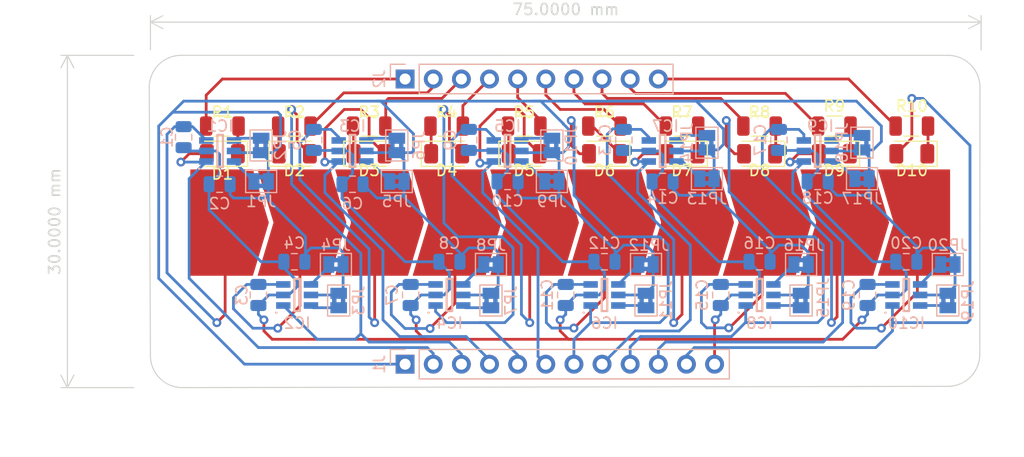
<source format=kicad_pcb>
(kicad_pcb (version 20211014) (generator pcbnew)
  (layers (0 "F.Cu" signal) (31 "B.Cu" signal) (34 "B.Paste" user) (35 "F.Paste" user) (36 "B.SilkS" user "B.Silkscreen") (37 "F.SilkS" user "F.Silkscreen") (38 "B.Mask" user) (39 "F.Mask" user) (44 "Edge.Cuts" user))
  (net 0 "")
  (net 1 "TOUCH IN 1")
  (net 2 "GND")
  (net 3 "VCC")
  (net 4 "TOUCH OUT 1")
  (net 5 "Net-(IC1-Pad4)")
  (net 6 "Net-(IC1-Pad6)")
  (net 7 "TOUCH IN 2")
  (net 8 "TOUCH OUT 2")
  (net 9 "Net-(IC2-Pad4)")
  (net 10 "Net-(IC2-Pad6)")
  (net 11 "Net-(R1-Pad2)")
  (net 12 "1")
  (net 13 "Net-(R2-Pad2)")
  (net 14 "2")
  (net 15 "TOUCH IN 3")
  (net 16 "Net-(R3-Pad2)")
  (net 17 "TOUCH OUT 3")
  (net 18 "Net-(IC3-Pad4)")
  (net 19 "Net-(IC3-Pad6)")
  (net 20 "3")
  (net 21 "TOUCH IN 4")
  (net 22 "Net-(R4-Pad2)")
  (net 23 "TOUCH OUT 4")
  (net 24 "Net-(IC4-Pad4)")
  (net 25 "Net-(IC4-Pad6)")
  (net 26 "4")
  (net 27 "TOUCH IN 5")
  (net 28 "Net-(R5-Pad2)")
  (net 29 "TOUCH OUT 5")
  (net 30 "Net-(IC5-Pad4)")
  (net 31 "Net-(IC5-Pad6)")
  (net 32 "5")
  (net 33 "TOUCH IN 6")
  (net 34 "Net-(R6-Pad2)")
  (net 35 "TOUCH OUT 6")
  (net 36 "Net-(IC6-Pad4)")
  (net 37 "Net-(IC6-Pad6)")
  (net 38 "6")
  (net 39 "TOUCH IN 7")
  (net 40 "Net-(R7-Pad2)")
  (net 41 "TOUCH OUT 7")
  (net 42 "Net-(IC7-Pad4)")
  (net 43 "Net-(IC7-Pad6)")
  (net 44 "7")
  (net 45 "TOUCH IN 8")
  (net 46 "Net-(D8-Pad1)")
  (net 47 "TOUCH OUT 8")
  (net 48 "Net-(IC8-Pad4)")
  (net 49 "Net-(IC8-Pad6)")
  (net 50 "8")
  (net 51 "TOUCH IN 9")
  (net 52 "Net-(R9-Pad2)")
  (net 53 "TOUCH OUT 9")
  (net 54 "Net-(IC9-Pad4)")
  (net 55 "Net-(IC9-Pad6)")
  (net 56 "9")
  (net 57 "TOUCH IN 10")
  (net 58 "Net-(R10-Pad2)")
  (net 59 "TOUCH OUT 10")
  (net 60 "Net-(IC10-Pad4)")
  (net 61 "Net-(IC10-Pad6)")
  (net 62 "10")
  (footprint "Resistor_SMD:R_1206_3216Metric" (layer "F.Cu") (at 144.75 64.75)
    (fp_text reference "R8")
    (fp_text value "330")
  )
  (footprint "Resistor_SMD:R_1206_3216Metric" (layer "F.Cu") (at 109.5 64.75 180)
    (fp_text reference "R3")
    (fp_text value "330")
  )
  (footprint "Resistor_SMD:R_1206_3216Metric" (layer "F.Cu") (at 151.5 64.75)
    (fp_text reference "R9")
    (fp_text value "330")
  )
  (footprint "Resistor_SMD:R_1206_3216Metric" (layer "F.Cu") (at 123.5 64.75 180)
    (fp_text reference "R5")
    (fp_text value "330")
  )
  (footprint "Resistor_SMD:R_1206_3216Metric" (layer "F.Cu") (at 130.75 64.75 180)
    (fp_text reference "R6")
    (fp_text value "330")
  )
  (footprint "Resistor_SMD:R_1206_3216Metric" (layer "F.Cu") (at 96.25 64.75)
    (fp_text reference "R1")
    (fp_text value "330")
  )
  (footprint "LED_SMD:LED_1206_3216Metric" (layer "F.Cu") (at 116.5 67.25)
    (fp_text reference "D4")
    (fp_text value "LED")
  )
  (footprint "LED_SMD:LED_1206_3216Metric" (layer "F.Cu") (at 123.5 67.25)
    (fp_text reference "D5")
    (fp_text value "LED")
  )
  (footprint "LED_SMD:LED_1206_3216Metric" (layer "F.Cu") (at 102.75 67.25)
    (fp_text reference "D2")
    (fp_text value "LED")
  )
  (footprint "Resistor_SMD:R_1206_3216Metric" (layer "F.Cu") (at 102.75 64.75 180)
    (fp_text reference "R2")
    (fp_text value "330")
  )
  (footprint "LED_SMD:LED_1206_3216Metric" (layer "F.Cu") (at 109.5 67.25)
    (fp_text reference "D3")
    (fp_text value "LED")
  )
  (footprint "LED_SMD:LED_1206_3216Metric" (layer "F.Cu") (at 96.25 67.25 180)
    (fp_text reference "D1")
    (fp_text value "LED")
  )
  (footprint "Resistor_SMD:R_1206_3216Metric" (layer "F.Cu") (at 158.5 64.75)
    (fp_text reference "R10")
    (fp_text value "330")
  )
  (footprint "LED_SMD:LED_1206_3216Metric" (layer "F.Cu") (at 137.75 67.25 180)
    (fp_text reference "D7")
    (fp_text value "LED")
  )
  (footprint "LED_SMD:LED_1206_3216Metric" (layer "F.Cu") (at 144.75 67.25 180)
    (fp_text reference "D8")
    (fp_text value "LED")
  )
  (footprint "LED_SMD:LED_1206_3216Metric" (layer "F.Cu") (at 130.75 67.25 180)
    (fp_text reference "D6")
    (fp_text value "LED")
  )
  (footprint "Resistor_SMD:R_1206_3216Metric" (layer "F.Cu") (at 116.5 64.75 180)
    (fp_text reference "R4")
    (fp_text value "330")
  )
  (footprint "LED_SMD:LED_1206_3216Metric" (layer "F.Cu") (at 151.5 67.25 180)
    (fp_text reference "D9")
    (fp_text value "LED")
  )
  (footprint "LED_SMD:LED_1206_3216Metric" (layer "F.Cu") (at 158.5 67.25 180)
    (fp_text reference "D10")
    (fp_text value "LED")
  )
  (footprint "Resistor_SMD:R_1206_3216Metric" (layer "F.Cu") (at 137.75 64.75)
    (fp_text reference "R7")
    (fp_text value "330")
  )
  (footprint "Jumper:SolderJumper-2_P1.3mm_Bridged2Bar_Pad1.0x1.5mm" (layer "B.Cu") (at 106.75 80.5 90)
    (fp_text reference "JP3")
    (fp_text value "Jumper_2_Bridged")
  )
  (footprint "Capacitor_SMD:C_0805_2012Metric" (layer "B.Cu") (at 158 77 180)
    (fp_text reference "C20")
    (fp_text value "104")
  )
  (footprint "Jumper:SolderJumper-2_P1.3mm_Bridged2Bar_Pad1.0x1.5mm" (layer "B.Cu") (at 134.5 80.5 90)
    (fp_text reference "JP11")
    (fp_text value "Jumper_2_Bridged")
  )
  (footprint "Jumper:SolderJumper-2_P1.3mm_Bridged2Bar_Pad1.0x1.5mm" (layer "B.Cu") (at 148.5 77.25)
    (fp_text reference "JP16")
    (fp_text value "Jumper_2_Bridged")
  )
  (footprint "TTP223-BA6:SOT95P285X126-6N" (layer "B.Cu") (at 108 67)
    (fp_text reference "IC3")
    (fp_text value "TTP223-BA6")
  )
  (footprint "Capacitor_SMD:C_0805_2012Metric" (layer "B.Cu") (at 141.25 80 -90)
    (fp_text reference "C15")
    (fp_text value "30pF")
  )
  (footprint "Capacitor_SMD:C_0805_2012Metric" (layer "B.Cu") (at 113.25 80 -90)
    (fp_text reference "C7")
    (fp_text value "30pF")
  )
  (footprint "TTP223-BA6:SOT95P285X126-6N" (layer "B.Cu") (at 116.75 80)
    (fp_text reference "IC4")
    (fp_text value "TTP223-BA6")
  )
  (footprint "Jumper:SolderJumper-2_P1.3mm_Bridged2Bar_Pad1.0x1.5mm" (layer "B.Cu") (at 120.5 80.5 90)
    (fp_text reference "JP7")
    (fp_text value "Jumper_2_Bridged")
  )
  (footprint "Jumper:SolderJumper-2_P1.3mm_Bridged2Bar_Pad1.0x1.5mm" (layer "B.Cu") (at 99.75 69.75)
    (fp_text reference "JP1")
    (fp_text value "Jumper_2_Bridged")
  )
  (footprint "Jumper:SolderJumper-2_P1.3mm_Bridged2Bar_Pad1.0x1.5mm" (layer "B.Cu") (at 112 69.75)
    (fp_text reference "JP5")
    (fp_text value "Jumper_2_Bridged")
  )
  (footprint "Connector_PinHeader_2.54mm:PinHeader_1x12_P2.54mm_Vertical" (layer "B.Cu") (at 112.75 86.25 -90)
    (fp_text reference "J1")
    (fp_text value "Conn_01x12")
  )
  (footprint "Jumper:SolderJumper-2_P1.3mm_Bridged2Bar_Pad1.0x1.5mm" (layer "B.Cu") (at 99.75 66.5 -90)
    (fp_text reference "JP2")
    (fp_text value "Jumper_2_Bridged")
  )
  (footprint "TTP223-BA6:SOT95P285X126-6N" (layer "B.Cu") (at 103 80)
    (fp_text reference "IC2")
    (fp_text value "TTP223-BA6")
  )
  (footprint "TTP223-BA6:SOT95P285X126-6N" (layer "B.Cu") (at 136 67)
    (fp_text reference "IC7")
    (fp_text value "TTP223-BA6")
  )
  (footprint "Jumper:SolderJumper-2_P1.3mm_Bridged2Bar_Pad1.0x1.5mm" (layer "B.Cu") (at 140 69.5)
    (fp_text reference "JP13")
    (fp_text value "Jumper_2_Bridged")
  )
  (footprint "Capacitor_SMD:C_0805_2012Metric" (layer "B.Cu") (at 102.75 77 180)
    (fp_text reference "C4")
    (fp_text value "104")
  )
  (footprint "Jumper:SolderJumper-2_P1.3mm_Bridged2Bar_Pad1.0x1.5mm" (layer "B.Cu") (at 161.75 80.5 90)
    (fp_text reference "JP19")
    (fp_text value "Jumper_2_Bridged")
  )
  (footprint "Jumper:SolderJumper-2_P1.3mm_Bridged2Bar_Pad1.0x1.5mm" (layer "B.Cu") (at 126 69.75)
    (fp_text reference "JP9")
    (fp_text value "Jumper_2_Bridged")
  )
  (footprint "TTP223-BA6:SOT95P285X126-6N" (layer "B.Cu") (at 122 67)
    (fp_text reference "IC5")
    (fp_text value "TTP223-BA6")
  )
  (footprint "Capacitor_SMD:C_0805_2012Metric" (layer "B.Cu") (at 92.75 65.75 -90)
    (fp_text reference "C1")
    (fp_text value "30pF")
  )
  (footprint "Capacitor_SMD:C_0805_2012Metric" (layer "B.Cu") (at 104.5 66 -90)
    (fp_text reference "C5")
    (fp_text value "30pF")
  )
  (footprint "TTP223-BA6:SOT95P285X126-6N" (layer "B.Cu") (at 150 67)
    (fp_text reference "IC9")
    (fp_text value "TTP223-BA6")
  )
  (footprint "Jumper:SolderJumper-2_P1.3mm_Bridged2Bar_Pad1.0x1.5mm" (layer "B.Cu") (at 148.5 80.5 90)
    (fp_text reference "JP15")
    (fp_text value "Jumper_2_Bridged")
  )
  (footprint "Jumper:SolderJumper-2_P1.3mm_Bridged2Bar_Pad1.0x1.5mm" (layer "B.Cu") (at 112 66.5 -90)
    (fp_text reference "JP6")
    (fp_text value "Jumper_2_Bridged")
  )
  (footprint "TTP223-BA6:SOT95P285X126-6N" (layer "B.Cu") (at 130.75 80)
    (fp_text reference "IC6")
    (fp_text value "TTP223-BA6")
  )
  (footprint "Capacitor_SMD:C_0805_2012Metric" (layer "B.Cu") (at 99.5 80 -90)
    (fp_text reference "C3")
    (fp_text value "30pF")
  )
  (footprint "Capacitor_SMD:C_0805_2012Metric" (layer "B.Cu") (at 127.25 80 -90)
    (fp_text reference "C11")
    (fp_text value "30pF")
  )
  (footprint "Jumper:SolderJumper-2_P1.3mm_Bridged2Bar_Pad1.0x1.5mm" (layer "B.Cu") (at 134.5 77.25)
    (fp_text reference "JP12")
    (fp_text value "Jumper_2_Bridged")
  )
  (footprint "TTP223-BA6:SOT95P285X126-6N" (layer "B.Cu") (at 144.75 80)
    (fp_text reference "IC8")
    (fp_text value "TTP223-BA6")
  )
  (footprint "Jumper:SolderJumper-2_P1.3mm_Bridged2Bar_Pad1.0x1.5mm" (layer "B.Cu") (at 126 66.5 -90)
    (fp_text reference "JP10")
    (fp_text value "Jumper_2_Bridged")
  )
  (footprint "TTP223-BA6:SOT95P285X126-6N" (layer "B.Cu") (at 96.05 67)
    (fp_text reference "IC1")
    (fp_text value "TTP223-BA6")
  )
  (footprint "TTP223-BA6:SOT95P285X126-6N" (layer "B.Cu") (at 158 80)
    (fp_text reference "IC10")
    (fp_text value "TTP223-BA6")
  )
  (footprint "Capacitor_SMD:C_0805_2012Metric" (layer "B.Cu") (at 154.5 80 -90)
    (fp_text reference "C19")
    (fp_text value "30pF")
  )
  (footprint "Capacitor_SMD:C_0805_2012Metric" (layer "B.Cu") (at 146.5 66 -90)
    (fp_text reference "C17")
    (fp_text value "30pF")
  )
  (footprint "Capacitor_SMD:C_0805_2012Metric" (layer "B.Cu") (at 116.75 77 180)
    (fp_text reference "C8")
    (fp_text value "104")
  )
  (footprint "Capacitor_SMD:C_0805_2012Metric" (layer "B.Cu") (at 132.5 66 -90)
    (fp_text reference "C13")
    (fp_text value "30pF")
  )
  (footprint "Capacitor_SMD:C_0805_2012Metric" (layer "B.Cu") (at 136 69.75 180)
    (fp_text reference "C14")
    (fp_text value "104")
  )
  (footprint "Jumper:SolderJumper-2_P1.3mm_Bridged2Bar_Pad1.0x1.5mm" (layer "B.Cu") (at 140 66.25 -90)
    (fp_text reference "JP14")
    (fp_text value "Jumper_2_Bridged")
  )
  (footprint "Capacitor_SMD:C_0805_2012Metric" (layer "B.Cu") (at 108 70 180)
    (fp_text reference "C6")
    (fp_text value "104")
  )
  (footprint "Jumper:SolderJumper-2_P1.3mm_Bridged2Bar_Pad1.0x1.5mm" (layer "B.Cu") (at 154 66.25 -90)
    (fp_text reference "JP18")
    (fp_text value "Jumper_2_Bridged")
  )
  (footprint "Connector_PinHeader_2.54mm:PinHeader_1x10_P2.54mm_Vertical" (layer "B.Cu") (at 112.75 60.5 -90)
    (fp_text reference "J2")
    (fp_text value "Conn_01x10")
  )
  (footprint "Jumper:SolderJumper-2_P1.3mm_Bridged2Bar_Pad1.0x1.5mm" (layer "B.Cu") (at 161.75 77.25)
    (fp_text reference "JP20")
    (fp_text value "Jumper_2_Bridged")
  )
  (footprint "Jumper:SolderJumper-2_P1.3mm_Bridged2Bar_Pad1.0x1.5mm" (layer "B.Cu") (at 106.5 77.25)
    (fp_text reference "JP4")
    (fp_text value "Jumper_2_Bridged")
  )
  (footprint "Capacitor_SMD:C_0805_2012Metric" (layer "B.Cu") (at 130.75 77 180)
    (fp_text reference "C12")
    (fp_text value "104")
  )
  (footprint "Capacitor_SMD:C_0805_2012Metric" (layer "B.Cu") (at 118.5 66 -90)
    (fp_text reference "C9")
    (fp_text value "30pF")
  )
  (footprint "Jumper:SolderJumper-2_P1.3mm_Bridged2Bar_Pad1.0x1.5mm" (layer "B.Cu") (at 120.5 77.25)
    (fp_text reference "JP8")
    (fp_text value "Jumper_2_Bridged")
  )
  (footprint "Capacitor_SMD:C_0805_2012Metric" (layer "B.Cu") (at 150 69.75 180)
    (fp_text reference "C18")
    (fp_text value "104")
  )
  (footprint "Jumper:SolderJumper-2_P1.3mm_Bridged2Bar_Pad1.0x1.5mm" (layer "B.Cu") (at 154 69.5)
    (fp_text reference "JP17")
    (fp_text value "Jumper_2_Bridged")
  )
  (footprint "Capacitor_SMD:C_0805_2012Metric" (layer "B.Cu") (at 144.75 77 180)
    (fp_text reference "C16")
    (fp_text value "104")
  )
  (footprint "Capacitor_SMD:C_0805_2012Metric" (layer "B.Cu") (at 96 70 180)
    (fp_text reference "C2")
    (fp_text value "104")
  )
  (footprint "Capacitor_SMD:C_0805_2012Metric" (layer "B.Cu") (at 122 69.75 180)
    (fp_text reference "C10")
    (fp_text value "104")
  )
  (gr_line (start 89.753849 85.47871) (end 89.647358 61.24686) (layer "Edge.Cuts") (width 0.1))
  (gr_line (start 92.532218 58.362) (end 161.76663 58.36514) (layer "Edge.Cuts") (width 0.1))
  (gr_arc (start 89.647358 61.24686) (mid 90.492329 59.206971) (end 92.532218 58.362) (layer "Edge.Cuts") (width 0.1))
  (gr_arc (start 92.638709 88.36357) (mid 90.598814 87.518605) (end 89.753849 85.47871) (layer "Edge.Cuts") (width 0.1))
  (gr_arc (start 164.63486 85.36514) (mid 163.789922 87.405062) (end 161.75 88.25) (layer "Edge.Cuts") (width 0.1))
  (gr_line (start 161.75 88.25) (end 92.638709 88.36357) (layer "Edge.Cuts") (width 0.1))
  (gr_line (start 164.65149 61.25) (end 164.63486 85.36514) (layer "Edge.Cuts") (width 0.1))
  (gr_arc (start 161.76663 58.36514) (mid 163.806535 59.210095) (end 164.65149 61.25) (layer "Edge.Cuts") (width 0.1))
  (dimension (type aligned) (layer "Edge.Cuts") (pts (xy 88.755915 58.36514) (xy 88.755915 88.36514)) (height 6.5) (gr_text "30.0000 mm" (at 81.105915 73.36514 90) (layer "Edge.Cuts") (effects (font (size 1 1) (thickness 0.15)))) (format (units 3) (units_format 1) (precision 4)) (style (thickness 0.1) (arrow_length 1.27) (text_position_mode 0) (extension_height 0.58642) (extension_offset 0.5) keep_text_aligned))
  (dimension (type aligned) (layer "Edge.Cuts") (pts (xy 89.755915 58.36514) (xy 164.755915 58.36514)) (height -2.999999) (gr_text "75.0000 mm" (at 127.255915 54.215141) (layer "Edge.Cuts") (effects (font (size 1 1) (thickness 0.15)))) (format (units 3) (units_format 1) (precision 4)) (style (thickness 0.1) (arrow_length 1.27) (text_position_mode 0) (extension_height 0.58642) (extension_offset 0.5) keep_text_aligned))
  (segment (start 96.5 81.75) (end 96.5 75.75) (width 0.25) (layer "F.Cu") (net 1))
  (segment (start 95.75 82.5) (end 96.5 81.75) (width 0.25) (layer "F.Cu") (net 1))
  (via (at 95.75 82.5) (size 0.8) (drill 0.4) (layers "F.Cu" "B.Cu") (net 1))
  (segment (start 94.8 66.05) (end 93.55 64.8) (width 0.25) (layer "B.Cu") (net 1))
  (segment (start 91.25 65.5) (end 91.95 64.8) (width 0.25) (layer "B.Cu") (net 1))
  (segment (start 91.25 78) (end 91.25 65.5) (width 0.25) (layer "B.Cu") (net 1))
  (segment (start 93.55 64.8) (end 92.75 64.8) (width 0.25) (layer "B.Cu") (net 1))
  (segment (start 95.75 82.5) (end 91.25 78) (width 0.25) (layer "B.Cu") (net 1))
  (segment (start 91.95 64.8) (end 92.75 64.8) (width 0.25) (layer "B.Cu") (net 1))
  (segment (start 127.75 84) (end 140.25 84) (width 0.25) (layer "F.Cu") (net 2))
  (segment (start 113.75 83.25) (end 114.5 84) (width 0.25) (layer "F.Cu") (net 2))
  (segment (start 126.75 83.25) (end 127.5 84) (width 0.25) (layer "F.Cu") (net 2))
  (segment (start 140.63 84) (end 140.69 83.94) (width 0.25) (layer "F.Cu") (net 2))
  (segment (start 100 82.25) (end 100 83.25) (width 0.25) (layer "F.Cu") (net 2))
  (segment (start 140.75 82.243333) (end 140.69 82.303333) (width 0.25) (layer "F.Cu") (net 2))
  (segment (start 140.25 84) (end 140.63 84) (width 0.25) (layer "F.Cu") (net 2))
  (segment (start 126.75 82.25) (end 126.75 83.25) (width 0.25) (layer "F.Cu") (net 2))
  (segment (start 114.75 84) (end 127.75 84) (width 0.25) (layer "F.Cu") (net 2))
  (segment (start 100 83.25) (end 100.75 84) (width 0.25) (layer "F.Cu") (net 2))
  (segment (start 127.5 84) (end 127.75 84) (width 0.25) (layer "F.Cu") (net 2))
  (segment (start 154 82.25) (end 152.25 84) (width 0.25) (layer "F.Cu") (net 2))
  (segment (start 113.75 82.25) (end 113.75 83.25) (width 0.25) (layer "F.Cu") (net 2))
  (segment (start 140.69 82.303333) (end 140.69 83.94) (width 0.25) (layer "F.Cu") (net 2))
  (segment (start 100.75 84) (end 114.75 84) (width 0.25) (layer "F.Cu") (net 2))
  (segment (start 114.5 84) (end 114.75 84) (width 0.25) (layer "F.Cu") (net 2))
  (segment (start 140.69 83.94) (end 140.69 86.25) (width 0.25) (layer "F.Cu") (net 2))
  (segment (start 152.25 84) (end 140.25 84) (width 0.25) (layer "F.Cu") (net 2))
  (via (at 140.75 82.243333) (size 0.8) (drill 0.4) (layers "F.Cu" "B.Cu") (net 2))
  (via (at 100 82.25) (size 0.8) (drill 0.4) (layers "F.Cu" "B.Cu") (net 2))
  (via (at 113.75 82.25) (size 0.8) (drill 0.4) (layers "F.Cu" "B.Cu") (net 2))
  (via (at 126.75 82.25) (size 0.8) (drill 0.4) (layers "F.Cu" "B.Cu") (net 2))
  (via (at 154 82.25) (size 0.8) (drill 0.4) (layers "F.Cu" "B.Cu") (net 2))
  (segment (start 113.25 80.95) (end 114.2 80) (width 0.25) (layer "B.Cu") (net 2))
  (segment (start 95.05 70) (end 95.05 72.3) (width 0.25) (layer "B.Cu") (net 2))
  (segment (start 113.25 80.95) (end 113.25 81.75) (width 0.25) (layer "B.Cu") (net 2))
  (segment (start 106.7 66.95) (end 106.75 67) (width 0.25) (layer "B.Cu") (net 2))
  (segment (start 155.45 80) (end 156.75 80) (width 0.25) (layer "B.Cu") (net 2))
  (segment (start 129.8 77) (end 130.75 77.95) (width 0.25) (layer "B.Cu") (net 2))
  (segment (start 94.8 67) (end 95.7 67) (width 0.25) (layer "B.Cu") (net 2))
  (segment (start 112.75 77) (end 107.05 71.3) (width 0.25) (layer "B.Cu") (net 2))
  (segment (start 107.05 71.3) (end 107.05 70) (width 0.25) (layer "B.Cu") (net 2))
  (segment (start 102.25 80) (end 101.75 80) (width 0.25) (layer "B.Cu") (net 2))
  (segment (start 127.25 80.95) (end 127.25 81.75) (width 0.25) (layer "B.Cu") (net 2))
  (segment (start 99.75 77) (end 101.8 77) (width 0.25) (layer "B.Cu") (net 2))
  (segment (start 148.7 66.95) (end 148.75 67) (width 0.25) (layer "B.Cu") (net 2))
  (segment (start 115.8 77) (end 112.75 77) (width 0.25) (layer "B.Cu") (net 2))
  (segment (start 135.05 70.984114) (end 135.05 69.75) (width 0.25) (layer "B.Cu") (net 2))
  (segment (start 122 67.35) (end 122 68.8) (width 0.25) (layer "B.Cu") (net 2))
  (segment (start 141.25 80.95) (end 141.25 81.743333) (width 0.25) (layer "B.Cu") (net 2))
  (segment (start 134.7 66.95) (end 134.75 67) (width 0.25) (layer "B.Cu") (net 2))
  (segment (start 144.75 79.75) (end 144.5 80) (width 0.25) (layer "B.Cu") (net 2))
  (segment (start 103 78.75) (end 103 79.25) (width 0.25) (layer "B.Cu") (net 2))
  (segment (start 150 68.8) (end 149.05 69.75) (width 0.25) (layer "B.Cu") (net 2))
  (segment (start 115.8 77) (end 116.75 77.95) (width 0.25) (layer "B.Cu") (net 2))
  (segment (start 141.25 80.95) (end 142.2 80) (width 0.25) (layer "B.Cu") (net 2))
  (segment (start 121.05 71.05) (end 121.05 69.75) (width 0.25) (layer "B.Cu") (net 2))
  (segment (start 130.75 77.95) (end 130.75 79.5) (width 0.25) (layer "B.Cu") (net 2))
  (segment (start 120.75 67) (end 121.65 67) (width 0.25) (layer "B.Cu") (net 2))
  (segment (start 157.05 77) (end 155 77) (width 0.25) (layer "B.Cu") (net 2))
  (segment (start 94.8 67) (end 93.05 67) (width 0.25) (layer "B.Cu") (net 2))
  (segment (start 101.8 77.55) (end 103 78.75) (width 0.25) (layer "B.Cu") (net 2))
  (segment (start 103 79.25) (end 102.25 80) (width 0.25) (layer "B.Cu") (net 2))
  (segment (start 144.5 80) (end 143.5 80) (width 0.25) (layer "B.Cu") (net 2))
  (segment (start 135.65 67) (end 134.75 67) (width 0.25) (layer "B.Cu") (net 2))
  (segment (start 127.25 80.95) (end 128.2 80) (width 0.25) (layer "B.Cu") (net 2))
  (segment (start 101.8 77) (end 101.8 77.55) (width 0.25) (layer "B.Cu") (net 2))
  (segment (start 127 77) (end 121.05 71.05) (width 0.25) (layer "B.Cu") (net 2))
  (segment (start 95.7 67) (end 96 67.3) (width 0.25) (layer "B.Cu") (net 2))
  (segment (start 142.2 80) (end 143.5 80) (width 0.25) (layer "B.Cu") (net 2))
  (segment (start 143.8 77) (end 141.065886 77) (width 0.25) (layer "B.Cu") (net 2))
  (segment (start 149.65 67) (end 150 67.35) (width 0.25) (layer "B.Cu") (net 2))
  (segment (start 104.5 66.95) (end 106.7 66.95) (width 0.25) (layer "B.Cu") (net 2))
  (segment (start 130.75 79.5) (end 130.25 80) (width 0.25) (layer "B.Cu") (net 2))
  (segment (start 127.25 81.75) (end 126.75 82.25) (width 0.25) (layer "B.Cu") (net 2))
  (segment (start 141.25 81.743333) (end 140.75 82.243333) (width 0.25) (layer "B.Cu") (net 2))
  (segment (start 150 67.35) (end 150 68.8) (width 0.25) (layer "B.Cu") (net 2))
  (segment (start 107.65 67) (end 108 67.35) (width 0.25) (layer "B.Cu") (net 2))
  (segment (start 149.05 71.05) (end 149.05 69.75) (width 0.25) (layer "B.Cu") (net 2))
  (segment (start 135.05 69.75) (end 136 68.8) (width 0.25) (layer "B.Cu") (net 2))
  (segment (start 128.2 80) (end 129.5 80) (width 0.25) (layer "B.Cu") (net 2))
  (segment (start 95.05 72.3) (end 99.75 77) (width 0.25) (layer "B.Cu") (net 2))
  (segment (start 129.8 77) (end 127 77) (width 0.25) (layer "B.Cu") (net 2))
  (segment (start 93.05 67) (end 92.75 66.7) (width 0.25) (layer "B.Cu") (net 2))
  (segment (start 116.25 80) (end 115.5 80) (width 0.25) (layer "B.Cu") (net 2))
  (segment (start 143.8 77) (end 144.75 77.95) (width 0.25) (layer "B.Cu") (net 2))
  (segment (start 141.065886 77) (end 135.05 70.984114) (width 0.25) (layer "B.Cu") (net 2))
  (segment (start 148.75 67) (end 149.65 67) (width 0.25) (layer "B.Cu") (net 2))
  (segment (start 121.65 67) (end 122 67.35) (width 0.25) (layer "B.Cu") (net 2))
  (segment (start 99.5 80.95) (end 100.45 80) (width 0.25) (layer "B.Cu") (net 2))
  (segment (start 96 67.3) (end 96 69.05) (width 0.25) (layer "B.Cu") (net 2))
  (segment (start 157.5 80) (end 156.75 80) (width 0.25) (layer "B.Cu") (net 2))
  (segment (start 120.7 66.95) (end 120.75 67) (width 0.25) (layer "B.Cu") (net 2))
  (segment (start 136 68.8) (end 136 67.35) (width 0.25) (layer "B.Cu") (net 2))
  (segment (start 118.5 66.95) (end 120.7 66.95) (width 0.25) (layer "B.Cu") (net 2))
  (segment (start 100.45 80) (end 101.75 80) (width 0.25) (layer "B.Cu") (net 2))
  (segment (start 116.75 79.5) (end 116.25 80) (width 0.25) (layer "B.Cu") (net 2))
  (segment (start 113.25 81.75) (end 113.75 82.25) (width 0.25) (layer "B.Cu") (net 2))
  (segment (start 157.05 77) (end 158 77.95) (width 0.25) (layer "B.Cu") (net 2))
  (segment (start 106.75 67) (end 107.65 67) (width 0.25) (layer "B.Cu") (net 2))
  (segment (start 130.25 80) (end 129.5 80) (width 0.25) (layer "B.Cu") (net 2))
  (segment (start 108 67.35) (end 108 69.05) (width 0.25) (layer "B.Cu") (net 2))
  (segment (start 154.5 80.95) (end 154.5 81.75) (width 0.25) (layer "B.Cu") (net 2))
  (segment (start 114.2 80) (end 115.5 80) (width 0.25) (layer "B.Cu") (net 2))
  (segment (start 99.5 80.95) (end 99.5 81.75) (width 0.25) (layer "B.Cu") (net 2))
  (segment (start 94.75 66.95) (end 94.8 67) (width 0.25) (layer "B.Cu") (net 2))
  (segment (start 122 68.8) (end 121.05 69.75) (width 0.25) (layer "B.Cu") (net 2))
  (segment (start 158 77.95) (end 158 79.5) (width 0.25) (layer "B.Cu") (net 2))
  (segment (start 146.5 66.95) (end 148.7 66.95) (width 0.25) (layer "B.Cu") (net 2))
  (segment (start 144.75 77.95) (end 144.75 79.75) (width 0.25) (layer "B.Cu") (net 2))
  (segment (start 154.5 81.75) (end 154 82.25) (width 0.25) (layer "B.Cu") (net 2))
  (segment (start 96 69.05) (end 95.05 70) (width 0.25) (layer "B.Cu") (net 2))
  (segment (start 154.5 80.95) (end 155.45 80) (width 0.25) (layer "B.Cu") (net 2))
  (segment (start 99.5 81.75) (end 100 82.25) (width 0.25) (layer "B.Cu") (net 2))
  (segment (start 108 69.05) (end 107.05 70) (width 0.25) (layer "B.Cu") (net 2))
  (segment (start 158 79.5) (end 157.5 80) (width 0.25) (layer "B.Cu") (net 2))
  (segment (start 155 77) (end 149.05 71.05) (width 0.25) (layer "B.Cu") (net 2))
  (segment (start 132.5 66.95) (end 134.7 66.95) (width 0.25) (layer "B.Cu") (net 2))
  (segment (start 136 67.35) (end 135.65 67) (width 0.25) (layer "B.Cu") (net 2))
  (segment (start 116.75 77.95) (end 116.75 79.5) (width 0.25) (layer "B.Cu") (net 2))
  (segment (start 131.7 77) (end 131.7 76.3) (width 0.25) (layer "B.Cu") (net 3))
  (segment (start 106.75 75.75) (end 104.25 75.75) (width 0.25) (layer "B.Cu") (net 3))
  (segment (start 107.15 77.25) (end 107.15 76.15) (width 0.25) (layer "B.Cu") (net 3))
  (segment (start 117.7 77) (end 117.7 76.2) (width 0.25) (layer "B.Cu") (net 3))
  (segment (start 103.7 77) (end 103.75 76.95) (width 0.25) (layer "B.Cu") (net 3))
  (segment (start 154.65 71.329076) (end 154.65 69.5) (width 0.25) (layer "B.Cu") (net 3))
  (segment (start 145.7 75.95) (end 140.65 70.9) (width 0.25) (layer "B.Cu") (net 3))
  (segment (start 158.95 77) (end 158.95 76.3) (width 0.25) (layer "B.Cu") (net 3))
  (segment (start 118 80) (end 120.35 80) (width 0.25) (layer "B.Cu") (net 3))
  (segment (start 140.65 70.9) (end 140.65 69.5) (width 0.25) (layer "B.Cu") (net 3))
  (segment (start 126 67.15) (end 127 67.15) (width 0.25) (layer "B.Cu") (net 3))
  (segment (start 146.5 75.5) (end 148.5 75.5) (width 0.25) (layer "B.Cu") (net 3))
  (segment (start 154.65 70.6) (end 154.65 69.5) (width 0.25) (layer "B.Cu") (net 3))
  (segment (start 140.65 67.55) (end 140 66.9) (width 0.25) (layer "B.Cu") (net 3))
  (segment (start 131.7 75.95) (end 126.65 70.9) (width 0.25) (layer "B.Cu") (net 3))
  (segment (start 121.15 77.25) (end 121.15 76.15) (width 0.25) (layer "B.Cu") (net 3))
  (segment (start 107.15 76.15) (end 106.75 75.75) (width 0.25) (layer "B.Cu") (net 3))
  (segment (start 155.75 64.75) (end 153.5 62.5) (width 0.25) (layer "B.Cu") (net 3))
  (segment (start 121.15 76.15) (end 120.75 75.75) (width 0.25) (layer "B.Cu") (net 3))
  (segment (start 141.5 64.975) (end 141.449695 64.975) (width 0.25) (layer "B.Cu") (net 3))
  (segment (start 112.75 86.25) (end 98.25 86.25) (width 0.25) (layer "B.Cu") (net 3))
  (segment (start 159.5 75.75) (end 161.9 75.75) (width 0.25) (layer "B.Cu") (net 3))
  (segment (start 154 66.9) (end 155 66.9) (width 0.25) (layer "B.Cu") (net 3))
  (segment (start 141 66.9) (end 141.5 66.4) (width 0.25) (layer "B.Cu") (net 3))
  (segment (start 140.65 70.35) (end 140.65 69.5) (width 0.25) (layer "B.Cu") (net 3))
  (segment (start 117.7 76.2) (end 112.65 71.15) (width 0.25) (layer "B.Cu") (net 3))
  (segment (start 153.5 62.5) (end 138.75 62.5) (width 0.25) (layer "B.Cu") (net 3))
  (segment (start 136.95 70.45) (end 137.5 71) (width 0.25) (layer "B.Cu") (net 3))
  (segment (start 151.75 71) (end 154.25 71) (width 0.25) (layer "B.Cu") (net 3))
  (segment (start 127.025 64.550305) (end 127.025 64.525) (width 0.25) (layer "B.Cu") (net 3))
  (segment (start 139.042264 62.5) (end 138.75 62.5) (width 0.25) (layer "B.Cu") (net 3))
  (segment (start 126.65 67.8) (end 126 67.15) (width 0.25) (layer "B.Cu") (net 3))
  (segment (start 139.9 67) (end 140 66.9) (width 0.25) (layer "B.Cu") (net 3))
  (segment (start 155 66.9) (end 155.75 66.15) (width 0.25) (layer "B.Cu") (net 3))
  (segment (start 126.65 71.1) (end 126.65 69.75) (width 0.25) (layer "B.Cu") (net 3))
  (segment (start 126 67.15) (end 123.4 67.15) (width 0.25) (layer "B.Cu") (net 3))
  (segment (start 122.95 70.95) (end 123.25 71.25) (width 0.25) (layer "B.Cu") (net 3))
  (segment (start 97.25 71.25) (end 100 71.25) (width 0.25) (layer "B.Cu") (net 3))
  (segment (start 127.025 64.525) (end 125 62.5) (width 0.25) (layer "B.Cu") (net 3))
  (segment (start 120.5 79.85) (end 121.15 79.2) (width 0.25) (layer "B.Cu") (net 3))
  (segment (start 100.4 70.85) (end 100.4 69.75) (width 0.25) (layer "B.Cu") (net 3))
  (segment (start 134.5 79.85) (end 135.15 79.2) (width 0.25) (layer "B.Cu") (net 3))
  (segment (start 145.7 77) (end 145.7 75.95) (width 0.25) (layer "B.Cu") (net 3))
  (segment (start 125 62.5) (end 110.2 62.5) (width 0.25) (layer "B.Cu") (net 3))
  (segment (start 127.5 65.025305) (end 127.025 64.550305) (width 0.25) (layer "B.Cu") (net 3))
  (segment (start 121.15 79.2) (end 121.15 77.25) (width 0.25) (layer "B.Cu") (net 3))
  (segment (start 127.5 66.65) (end 127.5 65.025305) (width 0.25) (layer "B.Cu") (net 3))
  (segment (start 96.95 70.95) (end 97.25 71.25) (width 0.25) (layer "B.Cu") (net 3))
  (segment (start 141.5 66.4) (end 141.5 64.975) (width 0.25) (layer "B.Cu") (net 3))
  (segment (start 161.75 79.85) (end 162.4 79.2) (width 0.25) (layer "B.Cu") (net 3))
  (segment (start 109.4 67.15) (end 109.25 67) (width 0.25) (layer "B.Cu") (net 3))
  (segment (start 112.65 71.15) (end 112.65 69.75) (width 0.25) (layer "B.Cu") (net 3))
  (segment (start 154 66.9) (end 154.65 67.55) (width 0.25) (layer "B.Cu") (net 3))
  (segment (start 137.25 67) (end 139.9 67) (width 0.25) (layer "B.Cu") (net 3))
  (segment (start 99.75 67.15) (end 97.45 67.15) (width 0.25) (layer "B.Cu") (net 3))
  (segment (start 155.75 66.15) (end 155.75 64.75) (width 0.25) (layer "B.Cu") (net 3))
  (segment (start 112 67.15) (end 109.4 67.15) (width 0.25) (layer "B.Cu") (net 3))
  (segment (start 135.15 79.2) (end 135.15 77.25) (width 0.25) (layer "B.Cu") (net 3))
  (segment (start 98.25 86.25) (end 90.5 78.5) (width 0.25) (layer "B.Cu") (net 3))
  (segment (start 126.5 71.25) (end 126.65 71.1) (width 0.25) (layer "B.Cu") (net 3))
  (segment (start 113.5 67) (end 113.5 65.45) (width 0.25) (layer "B.Cu") (net 3))
  (segment (start 141.025 64.482736) (end 139.042264 62.5) (width 0.25) (layer "B.Cu") (net 3))
  (segment (start 92.75 62.5) (end 91.5 63.75) (width 0.25) (layer "B.Cu") (net 3))
  (segment (start 127 67.15) (end 127.5 66.65) (width 0.25) (layer "B.Cu") (net 3))
  (segment (start 120.35 80) (end 120.5 79.85) (width 0.25) (layer "B.Cu") (net 3))
  (segment (start 120.75 75.75) (end 118.499999 75.75) (width 0.25) (layer "B.Cu") (net 3))
  (segment (start 134.5 75.5) (end 135.15 76.15) (width 0.25) (layer "B.Cu") (net 3))
  (segment (start 140 66.9) (end 141 66.9) (width 0.25) (layer "B.Cu") (net 3))
  (segment (start 107.15 77.25) (end 107.15 79.45) (width 0.25) (layer "B.Cu") (net 3))
  (segment (start 100.85 67.15) (end 99.75 67.15) (width 0.25) (layer "B.Cu") (net 3))
  (segment (start 146 80) (end 148.35 80) (width 0.25) (layer "B.Cu") (net 3))
  (segment (start 103.75 74.75) (end 100.4 71.4) (width 0.25) (layer "B.Cu") (net 3))
  (segment (start 138.75 62.5) (end 124.25 62.5) (width 0.25) (layer "B.Cu") (net 3))
  (segment (start 110.2 71.25) (end 112.25 71.25) (width 0.25) (layer "B.Cu") (net 3))
  (segment (start 149.15 79.2) (end 149.15 77.25) (width 0.25) (layer "B.Cu") (net 3))
  (segment (start 99.75 67.15) (end 100.4 67.8) (width 0.25) (layer "B.Cu") (net 3))
  (segment (start 162.4 79.2) (end 162.4 77.25) (width 0.25) (layer "B.Cu") (net 3))
  (segment (start 148.5 79.85) (end 149.15 79.2) (width 0.25) (layer "B.Cu") (net 3))
  (segment (start 97.45 67.15) (end 97.3 67) (width 0.25) (layer "B.Cu") (net 3))
  (segment (start 158.95 76.3) (end 159.5 75.75) (width 0.25) (layer "B.Cu") (net 3))
  (segment (start 113.35 67.15) (end 113.5 67) (width 0.25) (layer "B.Cu") (net 3))
  (segment (start 136.95 69.75) (end 136.95 70.45) (width 0.25) (layer "B.Cu") (net 3))
  (segment (start 112.65 67.8) (end 112 67.15) (width 0.25) (layer "B.Cu") (net 3))
  (segment (start 161.9 75.75) (end 162.4 76.25) (width 0.25) (layer "B.Cu") (net 3))
  (segment (start 100.4 71.4) (end 100.4 69.75) (width 0.25) (layer "B.Cu") (net 3))
  (segment (start 101.5 66.5) (end 100.85 67.15) (width 0.25) (layer "B.Cu") (net 3))
  (segment (start 126.65 70.9) (end 126.65 69.75) (width 0.25) (layer "B.Cu") (net 3))
  (segment (start 161.6 80) (end 161.75 79.85) (width 0.25) (layer "B.Cu") (net 3))
  (segment (start 110.55 62.5) (end 110.2 62.5) (width 0.25) (layer "B.Cu") (net 3))
  (segment (start 134.35 80) (end 134.5 79.85) (width 0.25) (layer "B.Cu") (net 3))
  (segment (start 106.6 80) (end 106.75 79.85) (width 0.25) (layer "B.Cu") (net 3))
  (segment (start 153.9 67) (end 154 66.9) (width 0.25) (layer "B.Cu") (net 3))
  (segment (start 154.65 67.55) (end 154.65 69.5) (width 0.25) (layer "B.Cu") (net 3))
  (segment (start 145.7 77) (end 145.7 76.3) (width 0.25) (layer "B.Cu") (net 3))
  (segment (start 103.75 76.25) (end 103.75 74.75) (width 0.25) (layer "B.Cu") (net 3))
  (segment (start 159.25 80) (end 161.6 80) (width 0.25) (layer "B.Cu") (net 3))
  (segment (start 131.7 76.3) (end 132.5 75.5) (width 0.25) (layer "B.Cu") (net 3))
  (segment (start 158.95 75.629076) (end 154.65 71.329076) (width 0.25) (layer "B.Cu") (net 3))
  (segment (start 90.5 78.5) (end 90.5 64.75) (width 0.25) (layer "B.Cu") (net 3))
  (segment (start 148.35 80) (end 148.5 79.85) (width 0.25) (layer "B.Cu") (net 3))
  (segment (start 104.25 75.75) (end 103.75 76.25) (width 0.25) (layer "B.Cu") (net 3))
  (segment (start 126.65 69.75) (end 126.65 67.8) (width 0.25) (layer "B.Cu") (net 3))
  (segment (start 150.95 69.75) (end 150.95 70.2) (width 0.25) (layer "B.Cu") (net 3))
  (segment (start 118.499999 75.75) (end 117.7 76.549999) (width 0.25) (layer "B.Cu") (net 3))
  (segment (start 140 71) (end 140.65 70.35) (width 0.25) (layer "B.Cu") (net 3))
  (segment (start 158.95 77) (end 158.95 75.629076) (width 0.25) (layer "B.Cu") (net 3))
  (segment (start 140.65 69.5) (end 140.65 67.55) (width 0.25) (layer "B.Cu") (net 3))
  (segment (start 162.4 76.25) (end 162.4 77.25) (width 0.25) (layer "B.Cu") (net 3))
  (segment (start 123.4 67.15) (end 123.25 67) (width 0.25) (layer "B.Cu") (net 3))
  (segment (start 101.5 63.75) (end 101.5 66.5) (width 0.25) (layer "B.Cu") (net 3))
  (segment (start 101.25 63.5) (end 101.5 63.75) (width 0.25) (layer "B.Cu") (net 3))
  (segment (start 117.7 76.549999) (end 117.7 77) (width 0.25) (layer "B.Cu") (net 3))
  (segment (start 154.25 71) (end 154.65 70.6) (width 0.25) (layer "B.Cu") (net 3))
  (segment (start 131.7 77) (end 131.7 75.95) (width 0.25) (layer "B.Cu") (net 3))
  (segment (start 112 67.15) (end 113.35 67.15) (width 0.25) (layer "B.Cu") (net 3))
  (segment (start 96.95 70) (end 96.95 70.95) (width 0.25) (layer "B.Cu") (net 3))
  (segment (start 90.5 64.75) (end 91.75 63.5) (width 0.25) (layer "B.Cu") (net 3))
  (segment (start 104.25 80) (end 106.6 80) (width 0.25) (layer "B.Cu") (net 3))
  (segment (start 123.25 71.25) (end 126.5 71.25) (width 0.25) (layer "B.Cu") (net 3))
  (segment (start 100 71.25) (end 100.4 70.85) (width 0.25) (layer "B.Cu") (net 3))
  (segment (start 145.7 76.3) (end 146.5 75.5) (width 0.25) (layer "B.Cu") (net 3))
  (segment (start 122.95 69.75) (end 122.95 70.95) (width 0.25) (layer "B.Cu") (net 3))
  (segment (start 137.5 71) (end 140 71) (width 0.25) (layer "B.Cu") (net 3))
  (segment (start 151.25 67) (end 153.9 67) (width 0.25) (layer "B.Cu") (net 3))
  (segment (start 107.15 79.45) (end 106.75 79.85) (width 0.25) (layer "B.Cu") (net 3))
  (segment (start 113.5 65.45) (end 110.55 62.5) (width 0.25) (layer "B.Cu") (net 3))
  (segment (start 149.15 76.15) (end 149.15 77.25) (width 0.25) (layer "B.Cu") (net 3))
  (segment (start 112.25 71.25) (end 112.65 70.85) (width 0.25) (layer "B.Cu") (net 3))
  (segment (start 112.65 69.75) (end 112.65 67.8) (width 0.25) (layer "B.Cu") (net 3))
  (segment (start 141.025 64.550305) (end 141.025 64.482736) (width 0.25) (layer "B.Cu") (net 3))
  (segment (start 112.65 70.85) (end 112.65 69.75) (width 0.25) (layer "B.Cu") (net 3))
  (segment (start 91.75 63.5) (end 101.25 63.5) (width 0.25) (layer "B.Cu") (net 3))
  (segment (start 132.5 75.5) (end 134.5 75.5) (width 0.25) (layer "B.Cu") (net 3))
  (segment (start 103.75 76.95) (end 103.75 76.25) (width 0.25) (layer "B.Cu") (net 3))
  (segment (start 108.95 70) (end 110.2 71.25) (width 0.25) (layer "B.Cu") (net 3))
  (segment (start 110.2 62.5) (end 92.75 62.5) (width 0.25) (layer "B.Cu") (net 3))
  (segment (start 132 80) (end 134.35 80) (width 0.25) (layer "B.Cu") (net 3))
  (segment (start 148.5 75.5) (end 149.15 76.15) (width 0.25) (layer "B.Cu") (net 3))
  (segment (start 135.15 76.15) (end 135.15 77.25) (width 0.25) (layer "B.Cu") (net 3))
  (segment (start 141.449695 64.975) (end 141.025 64.550305) (width 0.25) (layer "B.Cu") (net 3))
  (segment (start 100.4 67.8) (end 100.4 69.75) (width 0.25) (layer "B.Cu") (net 3))
  (segment (start 150.95 70.2) (end 151.75 71) (width 0.25) (layer "B.Cu") (net 3))
  (segment (start 94.85 67.25) (end 93.25 67.25) (width 0.25) (layer "F.Cu") (net 4))
  (segment (start 93.25 67.25) (end 92.5 68) (width 0.25) (layer "F.Cu") (net 4))
  (via (at 92.5 68) (size 0.8) (drill 0.4) (layers "F.Cu" "B.Cu") (net 4))
  (segment (start 94.75 68) (end 94.8 67.95) (width 0.25) (layer "B.Cu") (net 4))
  (segment (start 93.25 69.5) (end 93.25 78.5) (width 0.25) (layer "B.Cu") (net 4))
  (segment (start 94.8 67.95) (end 93.25 69.5) (width 0.25) (layer "B.Cu") (net 4))
  (segment (start 92.5 68) (end 94.75 68) (width 0.25) (layer "B.Cu") (net 4))
  (segment (start 93.25 78.5) (end 99.5 84.75) (width 0.25) (layer "B.Cu") (net 4))
  (segment (start 114.75 84.75) (end 115.29 85.29) (width 0.25) (layer "B.Cu") (net 4))
  (segment (start 115.29 85.29) (end 115.29 86.25) (width 0.25) (layer "B.Cu") (net 4))
  (segment (start 99.5 84.75) (end 114.75 84.75) (width 0.25) (layer "B.Cu") (net 4))
  (segment (start 99.75 65.85) (end 97.5 65.85) (width 0.25) (layer "B.Cu") (net 5))
  (segment (start 97.5 65.85) (end 97.3 66.05) (width 0.25) (layer "B.Cu") (net 5))
  (segment (start 97.3 67.95) (end 99.1 69.75) (width 0.25) (layer "B.Cu") (net 6))
  (segment (start 103.25 81) (end 103.25 75.75) (width 0.25) (layer "F.Cu") (net 7))
  (segment (start 101.25 83) (end 103.25 81) (width 0.25) (layer "F.Cu") (net 7))
  (via (at 101.25 83) (size 0.8) (drill 0.4) (layers "F.Cu" "B.Cu") (net 7))
  (segment (start 98.45 79.05) (end 99.5 79.05) (width 0.25) (layer "B.Cu") (net 7))
  (segment (start 99.5 79.05) (end 101.75 79.05) (width 0.25) (layer "B.Cu") (net 7))
  (segment (start 99 83) (end 97.25 81.25) (width 0.25) (layer "B.Cu") (net 7))
  (segment (start 97.25 81.25) (end 97.25 80.25) (width 0.25) (layer "B.Cu") (net 7))
  (segment (start 97.25 80.25) (end 98.45 79.05) (width 0.25) (layer "B.Cu") (net 7))
  (segment (start 101.25 83) (end 99 83) (width 0.25) (layer "B.Cu") (net 7))
  (segment (start 103 66.1) (end 104.15 67.25) (width 0.25) (layer "F.Cu") (net 8))
  (segment (start 102.5 63.25) (end 103 63.75) (width 0.25) (layer "F.Cu") (net 8))
  (segment (start 103 63.75) (end 103 66.1) (width 0.25) (layer "F.Cu") (net 8))
  (via (at 102.5 63.25) (size 0.8) (drill 0.4) (layers "F.Cu" "B.Cu") (net 8))
  (segment (start 116.75 84.25) (end 117.83 85.33) (width 0.25) (layer "B.Cu") (net 8))
  (segment (start 102.5 70) (end 108.75 76.25) (width 0.25) (layer "B.Cu") (net 8))
  (segment (start 108.75 83.5) (end 109.5 84.25) (width 0.25) (layer "B.Cu") (net 8))
  (segment (start 109.5 84.25) (end 116.75 84.25) (width 0.25) (layer "B.Cu") (net 8))
  (segment (start 104.8 84) (end 108.25 84) (width 0.25) (layer "B.Cu") (net 8))
  (segment (start 101.75 80.95) (end 104.8 84) (width 0.25) (layer "B.Cu") (net 8))
  (segment (start 117.83 85.33) (end 117.83 86.25) (width 0.25) (layer "B.Cu") (net 8))
  (segment (start 102.5 63.25) (end 102.5 70) (width 0.25) (layer "B.Cu") (net 8))
  (segment (start 108.25 84) (end 108.75 83.5) (width 0.25) (layer "B.Cu") (net 8))
  (segment (start 108.75 76.25) (end 108.75 83.5) (width 0.25) (layer "B.Cu") (net 8))
  (segment (start 105.85 77.25) (end 105.85 77.45) (width 0.25) (layer "B.Cu") (net 9))
  (segment (start 105.85 77.45) (end 104.25 79.05) (width 0.25) (layer "B.Cu") (net 9))
  (segment (start 104.25 79.05) (end 104.25 78.85) (width 0.25) (layer "B.Cu") (net 9))
  (segment (start 106.75 81.15) (end 104.45 81.15) (width 0.25) (layer "B.Cu") (net 10))
  (segment (start 104.45 81.15) (end 104.25 80.95) (width 0.25) (layer "B.Cu") (net 10))
  (segment (start 97.65 67.25) (end 97.65 64.8125) (width 0.25) (layer "F.Cu") (net 11))
  (segment (start 97.4375 66.55) (end 97.5 66.6125) (width 0.25) (layer "F.Cu") (net 11))
  (segment (start 97.65 64.8125) (end 97.7125 64.75) (width 0.25) (layer "F.Cu") (net 11))
  (segment (start 94.7875 64.75) (end 94.7875 61.9625) (width 0.25) (layer "F.Cu") (net 12))
  (segment (start 94.7875 61.9625) (end 96.25 60.5) (width 0.25) (layer "F.Cu") (net 12))
  (segment (start 96.25 60.5) (end 112.75 60.5) (width 0.25) (layer "F.Cu") (net 12))
  (segment (start 101.35 67.25) (end 101.35 64.8125) (width 0.25) (layer "F.Cu") (net 13))
  (segment (start 101.35 64.8125) (end 101.2875 64.75) (width 0.25) (layer "F.Cu") (net 13))
  (segment (start 104.2125 64.75) (end 107.2125 61.75) (width 0.25) (layer "F.Cu") (net 14))
  (segment (start 114.75 61.75) (end 115.29 61.21) (width 0.25) (layer "F.Cu") (net 14))
  (segment (start 115.29 61.21) (end 115.29 60.5) (width 0.25) (layer "F.Cu") (net 14))
  (segment (start 107.2125 61.75) (end 114.75 61.75) (width 0.25) (layer "F.Cu") (net 14))
  (segment (start 110 82.5) (end 110 75.75) (width 0.25) (layer "F.Cu") (net 15))
  (via (at 110 82.5) (size 0.8) (drill 0.4) (layers "F.Cu" "B.Cu") (net 15))
  (segment (start 109.5 82) (end 110 82.5) (width 0.25) (layer "B.Cu") (net 15))
  (segment (start 109.5 75.849095) (end 109.5 82) (width 0.25) (layer "B.Cu") (net 15))
  (segment (start 103.25 66.3) (end 103.25 69.599095) (width 0.25) (layer "B.Cu") (net 15))
  (segment (start 104.5 65.05) (end 103.25 66.3) (width 0.25) (layer "B.Cu") (net 15))
  (segment (start 106.75 65.75) (end 106.75 66.05) (width 0.25) (layer "B.Cu") (net 15))
  (segment (start 104.5 65.05) (end 106.05 65.05) (width 0.25) (layer "B.Cu") (net 15))
  (segment (start 106.05 65.05) (end 106.75 65.75) (width 0.25) (layer "B.Cu") (net 15))
  (segment (start 103.25 69.599095) (end 109.5 75.849095) (width 0.25) (layer "B.Cu") (net 15))
  (segment (start 108.1 67.25) (end 108.1 64.8125) (width 0.25) (layer "F.Cu") (net 16))
  (segment (start 108.1 64.8125) (end 108.0375 64.75) (width 0.25) (layer "F.Cu") (net 16))
  (segment (start 105.5 65) (end 105.5 68) (width 0.25) (layer "F.Cu") (net 17))
  (segment (start 109.5 65.85) (end 109.5 64) (width 0.25) (layer "F.Cu") (net 17))
  (segment (start 110.9 67.25) (end 109.5 65.85) (width 0.25) (layer "F.Cu") (net 17))
  (segment (start 110.9375 67.05) (end 111 67.1125) (width 0.25) (layer "F.Cu") (net 17))
  (segment (start 107.25 63.25) (end 105.5 65) (width 0.25) (layer "F.Cu") (net 17))
  (segment (start 108.75 63.25) (end 107.25 63.25) (width 0.25) (layer "F.Cu") (net 17))
  (segment (start 110.9375 66.55) (end 111 66.6125) (width 0.25) (layer "F.Cu") (net 17))
  (segment (start 109.5 64) (end 108.75 63.25) (width 0.25) (layer "F.Cu") (net 17))
  (via (at 105.5 68) (size 0.8) (drill 0.4) (layers "F.Cu" "B.Cu") (net 17))
  (segment (start 120.37 85.87) (end 118.25 83.75) (width 0.25) (layer "B.Cu") (net 17))
  (segment (start 120.37 85.62) (end 120.37 86.25) (width 0.25) (layer "B.Cu") (net 17))
  (segment (start 118.25 83.75) (end 112.25 83.75) (width 0.25) (layer "B.Cu") (net 17))
  (segment (start 105.5 70.75) (end 105.5 69.2) (width 0.25) (layer "B.Cu") (net 17))
  (segment (start 105.55 67.95) (end 105.5 68) (width 0.25) (layer "B.Cu") (net 17))
  (segment (start 106.75 67.95) (end 105.55 67.95) (width 0.25) (layer "B.Cu") (net 17))
  (segment (start 105.5 69.2) (end 106.75 67.95) (width 0.25) (layer "B.Cu") (net 17))
  (segment (start 110.75 82.25) (end 110.75 76) (width 0.25) (layer "B.Cu") (net 17))
  (segment (start 110.75 76) (end 105.5 70.75) (width 0.25) (layer "B.Cu") (net 17))
  (segment (start 106.6505 68.0495) (end 106.75 67.95) (width 0.25) (layer "B.Cu") (net 17))
  (segment (start 112.25 83.75) (end 110.75 82.25) (width 0.25) (layer "B.Cu") (net 17))
  (segment (start 120.37 86.25) (end 120.37 85.87) (width 0.25) (layer "B.Cu") (net 17))
  (segment (start 109.45 65.85) (end 109.25 66.05) (width 0.25) (layer "B.Cu") (net 18))
  (segment (start 112 65.85) (end 109.45 65.85) (width 0.25) (layer "B.Cu") (net 18))
  (segment (start 109.55 67.95) (end 111.35 69.75) (width 0.25) (layer "B.Cu") (net 19))
  (segment (start 109.25 67.95) (end 109.55 67.95) (width 0.25) (layer "B.Cu") (net 19))
  (segment (start 116.08 62.25) (end 117.83 60.5) (width 0.25) (layer "F.Cu") (net 20))
  (segment (start 110.9625 64.75) (end 111 64.7125) (width 0.25) (layer "F.Cu") (net 20))
  (segment (start 117.265257 60.5) (end 117.83 60.5) (width 0.25) (layer "F.Cu") (net 20))
  (segment (start 111.25 62.25) (end 116.08 62.25) (width 0.25) (layer "F.Cu") (net 20))
  (segment (start 111 64.7125) (end 111 62.5) (width 0.25) (layer "F.Cu") (net 20))
  (segment (start 111 62.5) (end 111.25 62.25) (width 0.25) (layer "F.Cu") (net 20))
  (segment (start 117.25 80.75) (end 117.25 75.75) (width 0.25) (layer "F.Cu") (net 21))
  (segment (start 115 83) (end 117.25 80.75) (width 0.25) (layer "F.Cu") (net 21))
  (segment (start 115 83.0255) (end 115 83) (width 0.25) (layer "F.Cu") (net 21))
  (via (at 115 83.0255) (size 0.8) (drill 0.4) (layers "F.Cu" "B.Cu") (net 21))
  (segment (start 115 83.0255) (end 112.736764 83.0255) (width 0.25) (layer "B.Cu") (net 21))
  (segment (start 112.736764 83.0255) (end 111.5 81.788736) (width 0.25) (layer "B.Cu") (net 21))
  (segment (start 112.2 79.05) (end 113.25 79.05) (width 0.25) (layer "B.Cu") (net 21))
  (segment (start 111.5 79.75) (end 112.2 79.05) (width 0.25) (layer "B.Cu") (net 21))
  (segment (start 111.5 81.788736) (end 111.5 79.75) (width 0.25) (layer "B.Cu") (net 21))
  (segment (start 113.25 79.05) (end 115.5 79.05) (width 0.25) (layer "B.Cu") (net 21))
  (segment (start 115.1 64.8125) (end 115.0375 64.75) (width 0.25) (layer "F.Cu") (net 22))
  (segment (start 115.1 67.25) (end 115.1 64.8125) (width 0.25) (layer "F.Cu") (net 22))
  (segment (start 116.25 63.25) (end 116.75 63.75) (width 0.25) (layer "F.Cu") (net 23))
  (segment (start 116.75 63.75) (end 116.75 66.1) (width 0.25) (layer "F.Cu") (net 23))
  (segment (start 116.75 66.1) (end 117.9 67.25) (width 0.25) (layer "F.Cu") (net 23))
  (segment (start 118.1875 66.55) (end 118.25 66.6125) (width 0.25) (layer "F.Cu") (net 23))
  (via (at 116.25 63.25) (size 0.8) (drill 0.4) (layers "F.Cu" "B.Cu") (net 23))
  (segment (start 121.5 74.75) (end 122.5 75.75) (width 0.25) (layer "B.Cu") (net 23))
  (segment (start 116.25 63.25) (end 116.25 73.5) (width 0.25) (layer "B.Cu") (net 23))
  (segment (start 122.5 75.75) (end 122.5 81.75) (width 0.25) (layer "B.Cu") (net 23))
  (segment (start 121.75 82.5) (end 119.5 82.5) (width 0.25) (layer "B.Cu") (net 23))
  (segment (start 122.91 86.25) (end 122.91 85.41) (width 0.25) (layer "B.Cu") (net 23))
  (segment (start 119.5 82.5) (end 116.5 82.5) (width 0.25) (layer "B.Cu") (net 23))
  (segment (start 115.5 81.5) (end 115.5 80.95) (width 0.25) (layer "B.Cu") (net 23))
  (segment (start 117.5 74.75) (end 121.5 74.75) (width 0.25) (layer "B.Cu") (net 23))
  (segment (start 122.91 85.41) (end 120 82.5) (width 0.25) (layer "B.Cu") (net 23))
  (segment (start 120 82.5) (end 119.5 82.5) (width 0.25) (layer "B.Cu") (net 23))
  (segment (start 116.5 82.5) (end 115.5 81.5) (width 0.25) (layer "B.Cu") (net 23))
  (segment (start 116.25 73.5) (end 117.5 74.75) (width 0.25) (layer "B.Cu") (net 23))
  (segment (start 122.5 81.75) (end 121.75 82.5) (width 0.25) (layer "B.Cu") (net 23))
  (segment (start 119.85 77.25) (end 119.8 77.25) (width 0.25) (layer "B.Cu") (net 24))
  (segment (start 119.8 77.25) (end 118 79.05) (width 0.25) (layer "B.Cu") (net 24))
  (segment (start 120.5 81.15) (end 118.2 81.15) (width 0.25) (layer "B.Cu") (net 25))
  (segment (start 118.2 81.15) (end 118 80.95) (width 0.25) (layer "B.Cu") (net 25))
  (segment (start 117.9625 64.75) (end 117.9625 62.9075) (width 0.25) (layer "F.Cu") (net 26))
  (segment (start 117.9625 62.9075) (end 120.37 60.5) (width 0.25) (layer "F.Cu") (net 26))
  (segment (start 124 82.5) (end 124 75.5) (width 0.25) (layer "F.Cu") (net 27))
  (via (at 124 82.5) (size 0.8) (drill 0.4) (layers "F.Cu" "B.Cu") (net 27))
  (segment (start 118.5 65.05) (end 120.05 65.05) (width 0.25) (layer "B.Cu") (net 27))
  (segment (start 118.5 65.05) (end 117.95 65.05) (width 0.25) (layer "B.Cu") (net 27))
  (segment (start 123.25 75.5) (end 123.25 81.75) (width 0.25) (layer "B.Cu") (net 27))
  (segment (start 117 66) (end 117 69.25) (width 0.25) (layer "B.Cu") (net 27))
  (segment (start 117.95 65.05) (end 117 66) (width 0.25) (layer "B.Cu") (net 27))
  (segment (start 120.75 65.75) (end 120.75 66.05) (width 0.25) (layer "B.Cu") (net 27))
  (segment (start 120.05 65.05) (end 120.75 65.75) (width 0.25) (layer "B.Cu") (net 27))
  (segment (start 123.25 81.75) (end 124 82.5) (width 0.25) (layer "B.Cu") (net 27))
  (segment (start 117 69.25) (end 123.25 75.5) (width 0.25) (layer "B.Cu") (net 27))
  (segment (start 122.1 64.8125) (end 122.0375 64.75) (width 0.25) (layer "F.Cu") (net 28))
  (segment (start 122.1 67.25) (end 122.1 64.8125) (width 0.25) (layer "F.Cu") (net 28))
  (segment (start 123.5 65.85) (end 123.5 63.75) (width 0.25) (layer "F.Cu") (net 29))
  (segment (start 123.5 63.75) (end 123 63.25) (width 0.25) (layer "F.Cu") (net 29))
  (segment (start 121 63.25) (end 119.5 64.75) (width 0.25) (layer "F.Cu") (net 29))
  (segment (start 119.5 64.75) (end 119.5 68.091192) (width 0.25) (layer "F.Cu") (net 29))
  (segment (start 123 63.25) (end 121 63.25) (width 0.25) (layer "F.Cu") (net 29))
  (segment (start 124.9 67.25) (end 123.5 65.85) (width 0.25) (layer "F.Cu") (net 29))
  (via (at 119.5 68.091192) (size 0.8) (drill 0.4) (layers "F.Cu" "B.Cu") (net 29))
  (segment (start 119.75 70.75) (end 124.75 75.75) (width 0.25) (layer "B.Cu") (net 29))
  (segment (start 119.75 68.95) (end 119.75 70.75) (width 0.25) (layer "B.Cu") (net 29))
  (segment (start 119.5 68.091192) (end 120.608808 68.091192) (width 0.25) (layer "B.Cu") (net 29))
  (segment (start 124.75 75.75) (end 124.75 85.55) (width 0.25) (layer "B.Cu") (net 29))
  (segment (start 124.75 85.55) (end 125.45 86.25) (width 0.25) (layer "B.Cu") (net 29))
  (segment (start 120.75 67.95) (end 119.75 68.95) (width 0.25) (layer "B.Cu") (net 29))
  (segment (start 120.608808 68.091192) (end 120.75 67.95) (width 0.25) (layer "B.Cu") (net 29))
  (segment (start 123.45 65.85) (end 123.25 66.05) (width 0.25) (layer "B.Cu") (net 30))
  (segment (start 126 65.85) (end 123.45 65.85) (width 0.25) (layer "B.Cu") (net 30))
  (segment (start 123.55 67.95) (end 125.35 69.75) (width 0.25) (layer "B.Cu") (net 31))
  (segment (start 123.25 67.95) (end 123.55 67.95) (width 0.25) (layer "B.Cu") (net 31))
  (segment (start 124.9625 64.75) (end 124.9625 64.2125) (width 0.25) (layer "F.Cu") (net 32))
  (segment (start 124.9625 64.2125) (end 122.91 62.16) (width 0.25) (layer "F.Cu") (net 32))
  (segment (start 122.91 62.16) (end 122.91 60.5) (width 0.25) (layer "F.Cu") (net 32))
  (segment (start 128.012299 82.987701) (end 130.75 80.25) (width 0.25) (layer "F.Cu") (net 33))
  (segment (start 127.987701 82.987701) (end 128.012299 82.987701) (width 0.25) (layer "F.Cu") (net 33))
  (segment (start 130.75 80.25) (end 130.75 75.5) (width 0.25) (layer "F.Cu") (net 33))
  (via (at 127.987701 82.987701) (size 0.8) (drill 0.4) (layers "F.Cu" "B.Cu") (net 33))
  (segment (start 125.5 82.5) (end 125.5 79.75) (width 0.25) (layer "B.Cu") (net 33))
  (segment (start 125.5 79.75) (end 126.2 79.05) (width 0.25) (layer "B.Cu") (net 33))
  (segment (start 126.2 79.05) (end 127.25 79.05) (width 0.25) (layer "B.Cu") (net 33))
  (segment (start 127.987701 82.987701) (end 125.987701 82.987701) (width 0.25) (layer "B.Cu") (net 33))
  (segment (start 127.25 79.05) (end 129.5 79.05) (width 0.25) (layer "B.Cu") (net 33))
  (segment (start 125.987701 82.987701) (end 125.5 82.5) (width 0.25) (layer "B.Cu") (net 33))
  (segment (start 132.1875 66.55) (end 132.25 66.6125) (width 0.25) (layer "F.Cu") (net 34))
  (segment (start 129.65 64.75) (end 132.15 67.25) (width 0.25) (layer "F.Cu") (net 34))
  (segment (start 129.35 64.8125) (end 129.2875 64.75) (width 0.25) (layer "F.Cu") (net 34))
  (segment (start 129.2875 64.75) (end 129.65 64.75) (width 0.25) (layer "F.Cu") (net 34))
  (segment (start 127.75 66.5) (end 127.75 64.25) (width 0.25) (layer "F.Cu") (net 35))
  (segment (start 128.5 67.25) (end 127.75 66.5) (width 0.25) (layer "F.Cu") (net 35))
  (segment (start 129.35 67.25) (end 128.5 67.25) (width 0.25) (layer "F.Cu") (net 35))
  (via (at 127.75 64.25) (size 0.8) (drill 0.4) (layers "F.Cu" "B.Cu") (net 35))
  (segment (start 128 71) (end 131.75 74.75) (width 0.25) (layer "B.Cu") (net 35))
  (segment (start 129.5 82.5) (end 127.99 84.01) (width 0.25) (layer "B.Cu") (net 35))
  (segment (start 129.5 80.95) (end 129.5 82.5) (width 0.25) (layer "B.Cu") (net 35))
  (segment (start 135.75 74.75) (end 136.5 75.5) (width 0.25) (layer "B.Cu") (net 35))
  (segment (start 131.75 74.75) (end 135.75 74.75) (width 0.25) (layer "B.Cu") (net 35))
  (segment (start 128 64.5) (end 128 71) (width 0.25) (layer "B.Cu") (net 35))
  (segment (start 127.75 64.25) (end 128 64.5) (width 0.25) (layer "B.Cu") (net 35))
  (segment (start 135.75 82.5) (end 129.5 82.5) (width 0.25) (layer "B.Cu") (net 35))
  (segment (start 136.5 75.5) (end 136.5 81.75) (width 0.25) (layer "B.Cu") (net 35))
  (segment (start 127.99 84.01) (end 127.99 86.25) (width 0.25) (layer "B.Cu") (net 35))
  (segment (start 136.5 81.75) (end 135.75 82.5) (width 0.25) (layer "B.Cu") (net 35))
  (segment (start 133.8 77.25) (end 132 79.05) (width 0.25) (layer "B.Cu") (net 36))
  (segment (start 133.85 77.25) (end 133.8 77.25) (width 0.25) (layer "B.Cu") (net 36))
  (segment (start 134.3 80.95) (end 134.5 81.15) (width 0.25) (layer "B.Cu") (net 37))
  (segment (start 132 80.95) (end 134.3 80.95) (width 0.25) (layer "B.Cu") (net 37))
  (segment (start 130.7125 63.25) (end 126.75 63.25) (width 0.25) (layer "F.Cu") (net 38))
  (segment (start 125.45 61.95) (end 125.45 60.5) (width 0.25) (layer "F.Cu") (net 38))
  (segment (start 132.2125 64.75) (end 130.7125 63.25) (width 0.25) (layer "F.Cu") (net 38))
  (segment (start 126.75 63.25) (end 125.45 61.95) (width 0.25) (layer "F.Cu") (net 38))
  (segment (start 137 82.5) (end 137.75 81.75) (width 0.25) (layer "F.Cu") (net 39))
  (segment (start 137.75 81.75) (end 137.75 75.5) (width 0.25) (layer "F.Cu") (net 39))
  (via (at 137 82.5) (size 0.8) (drill 0.4) (layers "F.Cu" "B.Cu") (net 39))
  (segment (start 131 69) (end 137 75) (width 0.25) (layer "B.Cu") (net 39))
  (segment (start 131 65.5) (end 131 69) (width 0.25) (layer "B.Cu") (net 39))
  (segment (start 137 75) (end 137 82.5) (width 0.25) (layer "B.Cu") (net 39))
  (segment (start 131.5 65) (end 131 65.5) (width 0.25) (layer "B.Cu") (net 39))
  (segment (start 132.45 65) (end 131.5 65) (width 0.25) (layer "B.Cu") (net 39))
  (segment (start 132.5 65.05) (end 132.45 65) (width 0.25) (layer "B.Cu") (net 39))
  (segment (start 132.5 65.05) (end 134.05 65.05) (width 0.25) (layer "B.Cu") (net 39))
  (segment (start 134.05 65.05) (end 134.75 65.75) (width 0.25) (layer "B.Cu") (net 39))
  (segment (start 134.75 65.75) (end 134.75 66.05) (width 0.25) (layer "B.Cu") (net 39))
  (segment (start 139.15 64.8125) (end 139.2125 64.75) (width 0.25) (layer "F.Cu") (net 40))
  (segment (start 139.15 67.25) (end 139.15 64.8125) (width 0.25) (layer "F.Cu") (net 40))
  (segment (start 134.25 67.25) (end 133.5 68) (width 0.25) (layer "F.Cu") (net 41))
  (segment (start 136.35 67.25) (end 134.25 67.25) (width 0.25) (layer "F.Cu") (net 41))
  (via (at 133.5 68) (size 0.8) (drill 0.4) (layers "F.Cu" "B.Cu") (net 41))
  (segment (start 133.75 70.75) (end 138.5 75.5) (width 0.25) (layer "B.Cu") (net 41))
  (segment (start 134.75 67.95) (end 133.75 68.95) (width 0.25) (layer "B.Cu") (net 41))
  (segment (start 138.5 82.25) (end 137.5 83.25) (width 0.25) (layer "B.Cu") (net 41))
  (segment (start 137.5 83.25) (end 133.53 83.25) (width 0.25) (layer "B.Cu") (net 41))
  (segment (start 133.75 68.95) (end 133.75 70.75) (width 0.25) (layer "B.Cu") (net 41))
  (segment (start 133.53 83.25) (end 130.53 86.25) (width 0.25) (layer "B.Cu") (net 41))
  (segment (start 138.5 75.5) (end 138.5 82.25) (width 0.25) (layer "B.Cu") (net 41))
  (segment (start 133.55 67.95) (end 133.5 68) (width 0.25) (layer "B.Cu") (net 41))
  (segment (start 134.75 67.95) (end 133.55 67.95) (width 0.25) (layer "B.Cu") (net 41))
  (segment (start 137.7 65.6) (end 137.25 66.05) (width 0.25) (layer "B.Cu") (net 42))
  (segment (start 140 65.6) (end 137.7 65.6) (width 0.25) (layer "B.Cu") (net 42))
  (segment (start 137.8 67.95) (end 139.35 69.5) (width 0.25) (layer "B.Cu") (net 43))
  (segment (start 137.25 67.95) (end 137.8 67.95) (width 0.25) (layer "B.Cu") (net 43))
  (segment (start 136.2875 64.75) (end 134.2875 62.75) (width 0.25) (layer "F.Cu") (net 44))
  (segment (start 129 62.75) (end 127.99 61.74) (width 0.25) (layer "F.Cu") (net 44))
  (segment (start 134.2875 62.75) (end 129 62.75) (width 0.25) (layer "F.Cu") (net 44))
  (segment (start 127.99 61.74) (end 127.99 60.5) (width 0.25) (layer "F.Cu") (net 44))
  (segment (start 142.032167 82.967833) (end 145 80) (width 0.25) (layer "F.Cu") (net 45))
  (segment (start 141.967833 82.967833) (end 142.032167 82.967833) (width 0.25) (layer "F.Cu") (net 45))
  (segment (start 145 80) (end 145 75.5) (width 0.25) (layer "F.Cu") (net 45))
  (via (at 141.967833 82.967833) (size 0.8) (drill 0.4) (layers "F.Cu" "B.Cu") (net 45))
  (segment (start 139.5 79.75) (end 140.2 79.05) (width 0.25) (layer "B.Cu") (net 45))
  (segment (start 140.2 79.05) (end 141.25 79.05) (width 0.25) (layer "B.Cu") (net 45))
  (segment (start 141.25 79.05) (end 143.5 79.05) (width 0.25) (layer "B.Cu") (net 45))
  (segment (start 139.967833 82.967833) (end 139.5 82.5) (width 0.25) (layer "B.Cu") (net 45))
  (segment (start 139.5 82.5) (end 139.5 79.75) (width 0.25) (layer "B.Cu") (net 45))
  (segment (start 141.967833 82.967833) (end 139.967833 82.967833) (width 0.25) (layer "B.Cu") (net 45))
  (segment (start 146.2125 67.1875) (end 146.15 67.25) (width 0.25) (layer "F.Cu") (net 46))
  (segment (start 146.2125 64.75) (end 146.2125 67.1875) (width 0.25) (layer "F.Cu") (net 46))
  (segment (start 142.5 67.25) (end 143.35 67.25) (width 0.25) (layer "F.Cu") (net 47))
  (segment (start 141.75 66.5) (end 142.5 67.25) (width 0.25) (layer "F.Cu") (net 47))
  (segment (start 141.75 64.25) (end 141.75 66.5) (width 0.25) (layer "F.Cu") (net 47))
  (via (at 141.75 64.25) (size 0.8) (drill 0.4) (layers "F.Cu" "B.Cu") (net 47))
  (segment (start 134 83.75) (end 133.07 84.68) (width 0.25) (layer "B.Cu") (net 47))
  (segment (start 149.75 74.75) (end 150.5 75.5) (width 0.25) (layer "B.Cu") (net 47))
  (segment (start 150.5 82) (end 150 82.5) (width 0.25) (layer "B.Cu") (net 47))
  (segment (start 141.75 64.25) (end 142 64.5) (width 0.25) (layer "B.Cu") (net 47))
  (segment (start 143.539736 82.5) (end 143.5 82.460264) (width 0.25) (layer "B.Cu") (net 47))
  (segment (start 146.077457 74.75) (end 149.75 74.75) (width 0.25) (layer "B.Cu") (net 47))
  (segment (start 142 70.672543) (end 146.077457 74.75) (width 0.25) (layer "B.Cu") (net 47))
  (segment (start 143.5 82.460264) (end 142.210264 83.75) (width 0.25) (layer "B.Cu") (net 47))
  (segment (start 143.5 80.95) (end 143.5 82.460264) (width 0.25) (layer "B.Cu") (net 47))
  (segment (start 150.5 75.5) (end 150.5 82) (width 0.25) (layer "B.Cu") (net 47))
  (segment (start 142.210264 83.75) (end 134 83.75) (width 0.25) (layer "B.Cu") (net 47))
  (segment (start 142 64.5) (end 142 70.672543) (width 0.25) (layer "B.Cu") (net 47))
  (segment (start 150 82.5) (end 143.539736 82.5) (width 0.25) (layer "B.Cu") (net 47))
  (segment (start 133.07 84.68) (end 133.07 86.25) (width 0.25) (layer "B.Cu") (net 47))
  (segment (start 147.85 77.25) (end 147.8 77.25) (width 0.25) (layer "B.Cu") (net 48))
  (segment (start 147.8 77.25) (end 146 79.05) (width 0.25) (layer "B.Cu") (net 48))
  (segment (start 146 80.95) (end 148.3 80.95) (width 0.25) (layer "B.Cu") (net 49))
  (segment (start 148.3 80.95) (end 148.5 81.15) (width 0.25) (layer "B.Cu") (net 49))
  (segment (start 143.2875 64.2875) (end 141.25 62.25) (width 0.25) (layer "F.Cu") (net 50))
  (segment (start 131 62.25) (end 130.5 61.75) (width 0.25) (layer "F.Cu") (net 50))
  (segment (start 130.53 61.72) (end 130.53 60.5) (width 0.25) (layer "F.Cu") (net 50))
  (segment (start 130.5 61.75) (end 130.53 61.72) (width 0.25) (layer "F.Cu") (net 50))
  (segment (start 143.2875 64.75) (end 143.2875 64.2875) (width 0.25) (layer "F.Cu") (net 50))
  (segment (start 141.25 62.25) (end 131 62.25) (width 0.25) (layer "F.Cu") (net 50))
  (segment (start 151.75 81.975402) (end 151.75 75.25) (width 0.25) (layer "F.Cu") (net 51))
  (segment (start 151.237701 82.487701) (end 151.75 81.975402) (width 0.25) (layer "F.Cu") (net 51))
  (via (at 151.237701 82.487701) (size 0.8) (drill 0.4) (layers "F.Cu" "B.Cu") (net 51))
  (segment (start 151.25 82.475402) (end 151.237701 82.487701) (width 0.25) (layer "B.Cu") (net 51))
  (segment (start 146.5 65.05) (end 148.3 65.05) (width 0.25) (layer "B.Cu") (net 51))
  (segment (start 148.75 65.5) (end 148.75 66.05) (width 0.25) (layer "B.Cu") (net 51))
  (segment (start 145 65.75) (end 145 69) (width 0.25) (layer "B.Cu") (net 51))
  (segment (start 151.25 75.25) (end 151.25 82.475402) (width 0.25) (layer "B.Cu") (net 51))
  (segment (start 148.3 65.05) (end 148.75 65.5) (width 0.25) (layer "B.Cu") (net 51))
  (segment (start 146.5 65.05) (end 145.7 65.05) (width 0.25) (layer "B.Cu") (net 51))
  (segment (start 145.7 65.05) (end 145 65.75) (width 0.25) (layer "B.Cu") (net 51))
  (segment (start 145 69) (end 151.25 75.25) (width 0.25) (layer "B.Cu") (net 51))
  (segment (start 152.9625 64.75) (end 152.9625 67.1875) (width 0.25) (layer "F.Cu") (net 52))
  (segment (start 152.9625 67.1875) (end 152.9 67.25) (width 0.25) (layer "F.Cu") (net 52))
  (segment (start 150.1 67.25) (end 148.25 67.25) (width 0.25) (layer "F.Cu") (net 53))
  (segment (start 148.25 67.25) (end 147.5 68) (width 0.25) (layer "F.Cu") (net 53))
  (via (at 147.5 68) (size 0.8) (drill 0.4) (layers "F.Cu" "B.Cu") (net 53))
  (segment (start 152.25 82.5) (end 150.5 84.25) (width 0.25) (layer "B.Cu") (net 53))
  (segment (start 147.75 70.75) (end 152.25 75.25) (width 0.25) (layer "B.Cu") (net 53))
  (segment (start 148.75 67.95) (end 147.75 68.95) (width 0.25) (layer "B.Cu") (net 53))
  (segment (start 147.55 67.95) (end 147.5 68) (width 0.25) (layer "B.Cu") (net 53))
  (segment (start 152.25 75.25) (end 152.25 82.5) (width 0.25) (layer "B.Cu") (net 53))
  (segment (start 136.25 84.25) (end 135.61 84.89) (width 0.25) (layer "B.Cu") (net 53))
  (segment (start 148.75 67.95) (end 147.55 67.95) (width 0.25) (layer "B.Cu") (net 53))
  (segment (start 147.75 68.95) (end 147.75 70.75) (width 0.25) (layer "B.Cu") (net 53))
  (segment (start 150.5 84.25) (end 136.25 84.25) (width 0.25) (layer "B.Cu") (net 53))
  (segment (start 135.61 84.89) (end 135.61 86.25) (width 0.25) (layer "B.Cu") (net 53))
  (segment (start 151.7 65.6) (end 151.25 66.05) (width 0.25) (layer "B.Cu") (net 54))
  (segment (start 154 65.6) (end 151.7 65.6) (width 0.25) (layer "B.Cu") (net 54))
  (segment (start 151.8 67.95) (end 153.35 69.5) (width 0.25) (layer "B.Cu") (net 55))
  (segment (start 151.25 67.95) (end 151.8 67.95) (width 0.25) (layer "B.Cu") (net 55))
  (segment (start 133.55 61.8) (end 133.07 61.32) (width 0.25) (layer "F.Cu") (net 56))
  (segment (start 150.0375 64.75) (end 147.0875 61.8) (width 0.25) (layer "F.Cu") (net 56))
  (segment (start 147.0875 61.8) (end 133.55 61.8) (width 0.25) (layer "F.Cu") (net 56))
  (segment (start 133.07 61.32) (end 133.07 60.5) (width 0.25) (layer "F.Cu") (net 56))
  (segment (start 159 79.75) (end 159 75.25) (width 0.25) (layer "F.Cu") (net 57))
  (segment (start 155.75 83) (end 159 79.75) (width 0.25) (layer "F.Cu") (net 57))
  (via (at 155.75 83) (size 0.8) (drill 0.4) (layers "F.Cu" "B.Cu") (net 57))
  (segment (start 154.5 79.05) (end 156.75 79.05) (width 0.25) (layer "B.Cu") (net 57))
  (segment (start 154.2 79.05) (end 154.5 79.05) (width 0.25) (layer "B.Cu") (net 57))
  (segment (start 155.75 83) (end 153.5 83) (width 0.25) (layer "B.Cu") (net 57))
  (segment (start 153 80.25) (end 154.2 79.05) (width 0.25) (layer "B.Cu") (net 57))
  (segment (start 153 82.5) (end 153 80.25) (width 0.25) (layer "B.Cu") (net 57))
  (segment (start 153.5 83) (end 153 82.5) (width 0.25) (layer "B.Cu") (net 57))
  (segment (start 159.9625 64.75) (end 159.9625 67.1875) (width 0.25) (layer "F.Cu") (net 58))
  (segment (start 159.9625 67.1875) (end 159.9 67.25) (width 0.25) (layer "F.Cu") (net 58))
  (segment (start 157.1 67.25) (end 158.5 65.85) (width 0.25) (layer "F.Cu") (net 59))
  (segment (start 158.5 65.85) (end 158.5 62.25) (width 0.25) (layer "F.Cu") (net 59))
  (via (at 158.5 62.25) (size 0.8) (drill 0.4) (layers "F.Cu" "B.Cu") (net 59))
  (segment (start 163.75 82.25) (end 163.5 82.5) (width 0.25) (layer "B.Cu") (net 59))
  (segment (start 138.860169 84.75) (end 138.15 85.460169) (width 0.25) (layer "B.Cu") (net 59))
  (segment (start 163.75 66.5) (end 163.75 82.25) (width 0.25) (layer "B.Cu") (net 59))
  (segment (start 159.5 62.25) (end 163.75 66.5) (width 0.25) (layer "B.Cu") (net 59))
  (segment (start 155.25 84.75) (end 138.860169 84.75) (width 0.25) (layer "B.Cu") (net 59))
  (segment (start 156.75 82.5) (end 156.75 83.25) (width 0.25) (layer "B.Cu") (net 59))
  (segment (start 156.75 82.5) (end 156.75 80.95) (width 0.25) (layer "B.Cu") (net 59))
  (segment (start 138.15 85.460169) (end 138.15 86.25) (width 0.25) (layer "B.Cu") (net 59))
  (segment (start 163.5 82.5) (end 156.75 82.5) (width 0.25) (layer "B.Cu") (net 59))
  (segment (start 156.75 83.25) (end 155.25 84.75) (width 0.25) (layer "B.Cu") (net 59))
  (segment (start 158.5 62.25) (end 159.5 62.25) (width 0.25) (layer "B.Cu") (net 59))
  (segment (start 161.05 77.25) (end 159.25 79.05) (width 0.25) (layer "B.Cu") (net 60))
  (segment (start 161.1 77.25) (end 161.05 77.25) (width 0.25) (layer "B.Cu") (net 60))
  (segment (start 161.55 80.95) (end 161.75 81.15) (width 0.25) (layer "B.Cu") (net 61))
  (segment (start 159.25 80.95) (end 161.55 80.95) (width 0.25) (layer "B.Cu") (net 61))
  (segment (start 152.7875 60.5) (end 135.61 60.5) (width 0.25) (layer "F.Cu") (net 62))
  (segment (start 157.0375 64.75) (end 152.7875 60.5) (width 0.25) (layer "F.Cu") (net 62))
  (zone (net 0) (net_name "") (layer "F.Cu") (connect_pads yes (clearance 0.1)) (min_thickness 0.1) (fill yes (thermal_gap 0.2) (thermal_bridge_width 0.2))
    (polygon (pts (xy 162.155915 78.46514) (xy 93.155915 78.46514) (xy 93.155915 68.46514) (xy 162.155915 68.46514)))
  )
)
</source>
